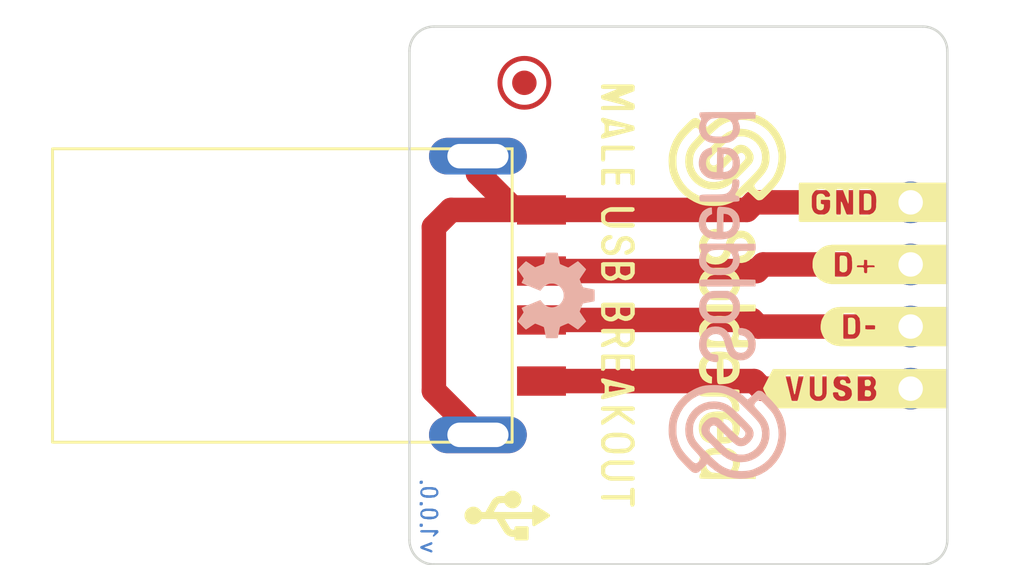
<source format=kicad_pcb>
(kicad_pcb (version 20211014) (generator pcbnew)
  (title_block (title "USB Type A male breakout") (date "2021-04-22") (rev "V1.0.0.") (company "SOLDERED") (comment 1 "333133"))
  (layers (0 "F.Cu" mixed) (31 "B.Cu" signal) (34 "B.Paste" user) (35 "F.Paste" user) (36 "B.SilkS" user "B.Silkscreen") (37 "F.SilkS" user "F.Silkscreen") (38 "B.Mask" user) (39 "F.Mask" user) (44 "Edge.Cuts" user))
  (net 0 "")
  (net 1 "Net-(K1-Pad4)")
  (net 2 "Net-(K1-Pad3)")
  (net 3 "Net-(K1-Pad2)")
  (net 4 "GND")
  (footprint "e-radionica.com footprinti:FIDUCIAL_23" (layer "F.Cu") (at 112.15 157.75 -90)
    (fp_text reference "FD1")
    (fp_text value "FIDUCIAL")
    (fp_circle (center 0 0) (end 1 0) (layer "F.Cu") (width 0.2) (fill none))
    (pad "1" smd circle (at 0 0 270) (size 1 1) (layers "F.Cu" "F.Paste" "F.Mask") (clearance 1.1))
  )
  (footprint "e-radionica.com footprinti:HOLE_3.2mm" (layer "F.Cu") (at 126.45 158.45 -90)
    (fp_text reference "H1" hide)
    (fp_text value "HOLE_3.2mm" hide)
    (pad "" np_thru_hole circle locked (at 0 0 270) (size 3.2 3.2) (drill 3.2) (layers F&B.Cu *.Mask))
  )
  (footprint "Soldered Graphics:Symbol-Front-USB" (layer "F.Cu") (at 111.45 175.45 -90)
    (fp_text reference "G***" hide)
    (fp_text value "LOGO" hide)
  )
  (footprint "buzzardLabel" (layer "F.Cu") (at 115.95 166.45 -90)
    (fp_text reference "" (at 0 0 90) (layer "F.SilkS") (effects (font (size 1.27 1.27))))
    (fp_text value "" (at 0 0 90) (layer "F.SilkS") (effects (font (size 1.27 1.27))))
  )
  (footprint "Soldered Graphics:Logo-Front-SolderedFULL-15mm" (layer "F.Cu") (at 120.45 166.45 -90)
    (fp_text reference "REF**" hide)
    (fp_text value "Logo-Front-SolderedFULL-15mm" hide)
  )
  (footprint "e-radionica.com footprinti:USB_A_MALE_CONNECTOR" (layer "F.Cu") (at 112.85 166.45 -90)
    (fp_text reference "K2")
    (fp_text value "USB-A-MALE-CONNECTOR")
    (pad "" np_thru_hole circle locked (at -2.25 2.6 270) (size 1 1) (drill 1) (layers F&B.Cu *.Mask))
    (pad "" np_thru_hole circle locked (at 2.25 2.6 270) (size 1 1) (drill 1) (layers F&B.Cu *.Mask))
    (pad "1" smd rect locked (at -3.5 0 270) (size 1.2 2) (layers "F.Cu" "F.Paste" "F.Mask") (net 4 "GND"))
    (pad "2" smd rect locked (at -1 0 270) (size 1.2 2) (layers "F.Cu" "F.Paste" "F.Mask") (net 3 "Net-(K1-Pad2)"))
    (pad "3" smd rect locked (at 1 0 270) (size 1.2 2) (layers "F.Cu" "F.Paste" "F.Mask") (net 2 "Net-(K1-Pad3)"))
    (pad "4" smd rect locked (at 3.5 0 270) (size 1.2 2) (layers "F.Cu" "F.Paste" "F.Mask") (net 1 "Net-(K1-Pad4)"))
    (pad "5" thru_hole oval locked (at -5.7 2.6 270) (size 1.5 4) (drill oval 1 2.5) (layers *.Cu *.Mask) (net 4 "GND"))
    (pad "5" thru_hole oval locked (at 5.7 2.6 270) (size 1.5 4) (drill oval 1 2.5) (layers *.Cu *.Mask) (net 4 "GND"))
  )
  (footprint "buzzardLabel" (layer "F.Cu") (at 129.85 162.64)
    (fp_text reference "" (at 0 0) (layer "F.SilkS") (effects (font (size 1.27 1.27))))
    (fp_text value "" (at 0 0) (layer "F.SilkS") (effects (font (size 1.27 1.27))))
  )
  (footprint "buzzardLabel" (layer "F.Cu") (at 129.85 170.26)
    (fp_text reference "" (at 0 0) (layer "F.SilkS") (effects (font (size 1.27 1.27))))
    (fp_text value "" (at 0 0) (layer "F.SilkS") (effects (font (size 1.27 1.27))))
  )
  (footprint "Soldered Graphics:Logo-Back-OSH-3.5mm" (layer "F.Cu") (at 113.45 166.45 -90)
    (fp_text reference "G***" hide)
    (fp_text value "LOGO" hide)
  )
  (footprint "buzzardLabel" (layer "F.Cu") (at 129.85 167.72)
    (fp_text reference "" (at 0 0) (layer "F.SilkS") (effects (font (size 1.27 1.27))))
    (fp_text value "" (at 0 0) (layer "F.SilkS") (effects (font (size 1.27 1.27))))
  )
  (footprint "Soldered Graphics:Logo-Back-SolderedFULL-15mm" (layer "F.Cu") (at 120.45 166.45 -90)
    (fp_text reference "REF**" hide)
    (fp_text value "Logo-Front-SolderedFULL-15mm" hide)
  )
  (footprint "buzzardLabel" (layer "F.Cu") (at 129.85 165.18)
    (fp_text reference "" (at 0 0) (layer "F.SilkS") (effects (font (size 1.27 1.27))))
    (fp_text value "" (at 0 0) (layer "F.SilkS") (effects (font (size 1.27 1.27))))
  )
  (footprint "e-radionica.com footprinti:HOLE_3.2mm" (layer "F.Cu") (at 126.45 174.45 -90)
    (fp_text reference "H2" hide)
    (fp_text value "HOLE_3.2mm" hide)
    (pad "" np_thru_hole circle locked (at 0 0 270) (size 3.2 3.2) (drill 3.2) (layers F&B.Cu *.Mask))
  )
  (footprint "e-radionica.com footprinti:HEADER_MALE_4X1" (layer "B.Cu") (at 127.95 166.45 -90)
    (fp_text reference "K1")
    (fp_text value "HEADER_MALE_4X1")
    (pad "1" thru_hole circle locked (at -3.81 0 270) (size 1.7 1.7) (drill 1) (layers *.Cu *.Mask) (net 4 "GND"))
    (pad "2" thru_hole circle locked (at -1.27 0 270) (size 1.7 1.7) (drill 1) (layers *.Cu *.Mask) (net 3 "Net-(K1-Pad2)"))
    (pad "3" thru_hole circle locked (at 1.27 0 270) (size 1.7 1.7) (drill 1) (layers *.Cu *.Mask) (net 2 "Net-(K1-Pad3)"))
    (pad "4" thru_hole circle locked (at 3.81 0 270) (size 1.7 1.7) (drill 1) (layers *.Cu *.Mask) (net 1 "Net-(K1-Pad4)"))
  )
  (footprint "Soldered Graphics:Version1.0.0." (layer "B.Cu") (at 108.25 175.45 90)
    (fp_text reference "" (at 0 0 90) (layer "B.SilkS") (effects (font (size 1.27 1.27)) (justify mirror)))
    (fp_text value "" (at 0 0 90) (layer "B.SilkS") (effects (font (size 1.27 1.27)) (justify mirror)))
    (fp_poly (pts (xy 0.43 -0.38) (xy 0.48 -0.38) (xy 0.54 -0.37) (xy 0.54 -0.33) (xy 0.54 -0.27) (xy 0.5 -0.26) (xy 0.45 -0.26) (xy 0.42 -0.29) (xy 0.42 -0.34) (xy 0.43 -0.38)) (layer "B.Cu") (width 0.01) (fill solid))
    (fp_poly (pts (xy -1.33 -0.35) (xy -1.27 -0.35) (xy -1.25 -0.31) (xy -1.09 0.1) (xy -1.11 0.13) (xy -1.16 0.13) (xy -1.19 0.1) (xy -1.28 -0.16) (xy -1.3 -0.21) (xy -1.32 -0.17) (xy -1.41 0.09) (xy -1.44 0.13) (xy -1.49 0.13) (xy -1.51 0.1) (xy -1.36 -0.31) (xy -1.33 -0.35)) (layer "B.Cu") (width 0.01) (fill solid))
    (fp_poly (pts (xy 0.06 -0.35) (xy 0.11 -0.35) (xy 0.17 -0.33) (xy 0.13 -0.28) (xy 0.03 -0.28) (xy -0.01 -0.25) (xy -0.03 -0.2) (xy -0.05 -0.15) (xy -0.05 -0.11) (xy -0.05 0.01) (xy -0.05 0.13) (xy -0.05 0.17) (xy -0.03 0.22) (xy -0.01 0.27) (xy 0.02 0.3) (xy 0.13 0.3) (xy 0.16 0.26) (xy 0.18 0.21) (xy 0.18 0.15) (xy 0.19 0.05) (xy 0.19 -0.08) (xy 0.19 -0.12) (xy 0.18 -0.17) (xy 0.16 -0.22) (xy 0.14 -0.27) (xy 0.14 -0.28) (xy 0.17 -0.32) (xy 0.21 -0.29) (xy 0.24 -0.26) (xy 0.26 -0.22) (xy 0.27 -0.16) (xy 0.28 -0.11) (xy 0.28 -0.06) (xy 0.28 0.06) (xy 0.28 0.12) (xy 0.27 0.17) (xy 0.26 0.22) (xy 0.25 0.27) (xy 0.22 0.3) (xy 0.19 0.34) (xy 0.13 0.37) (xy 0.08 0.38) (xy 0.02 0.38) (xy -0.03 0.35) (xy -0.08 0.31) (xy -0.1 0.28) (xy -0.12 0.23) (xy -0.14 0.18) (xy -0.14 0.13) (xy -0.15 0.08) (xy -0.15 -0.04) (xy -0.14 -0.1) (xy -0.14 -0.14) (xy -0.13 -0.2) (xy -0.11 -0.25) (xy -0.08 -0.28) (xy -0.05 -0.32) (xy 0.01 -0.35) (xy 0.06 -0.35)) (layer "B.Cu") (width 0.01) (fill solid))
    (fp_poly (pts (xy -0.67 -0.35) (xy -0.62 -0.35) (xy -0.6 -0.31) (xy -0.6 0.35) (xy -0.64 0.38) (xy -0.69 0.38) (xy -0.73 0.34) (xy -0.84 0.22) (xy -0.86 0.17) (xy -0.83 0.16) (xy -0.73 0.22) (xy -0.69 0.23) (xy -0.69 -0.31) (xy -0.67 -0.35)) (layer "B.Cu") (width 0.01) (fill solid))
    (fp_poly (pts (xy -0.44 -0.38) (xy -0.39 -0.38) (xy -0.34 -0.37) (xy -0.34 -0.33) (xy -0.34 -0.27) (xy -0.38 -0.26) (xy -0.43 -0.26) (xy -0.46 -0.29) (xy -0.46 -0.34) (xy -0.44 -0.38)) (layer "B.Cu") (width 0.01) (fill solid))
    (fp_poly (pts (xy 0.93 -0.35) (xy 0.99 -0.35) (xy 1.04 -0.33) (xy 1.01 -0.28) (xy 0.91 -0.28) (xy 0.87 -0.25) (xy 0.85 -0.2) (xy 0.83 -0.15) (xy 0.83 -0.11) (xy 0.82 0.01) (xy 0.83 0.13) (xy 0.83 0.17) (xy 0.84 0.22) (xy 0.87 0.27) (xy 0.9 0.3) (xy 1.01 0.3) (xy 1.04 0.26) (xy 1.05 0.21) (xy 1.06 0.15) (xy 1.07 0.05) (xy 1.07 -0.08) (xy 1.06 -0.12) (xy 1.06 -0.17) (xy 1.04 -0.22) (xy 1.02 -0.27) (xy 1.01 -0.28) (xy 1.05 -0.32) (xy 1.09 -0.29) (xy 1.12 -0.26) (xy 1.14 -0.22) (xy 1.15 -0.16) (xy 1.16 -0.11) (xy 1.16 -0.06) (xy 1.16 0.06) (xy 1.16 0.12) (xy 1.15 0.17) (xy 1.14 0.22) (xy 1.13 0.27) (xy 1.1 0.3) (xy 1.06 0.34) (xy 1.01 0.37) (xy 0.95 0.38) (xy 0.9 0.38) (xy 0.84 0.35) (xy 0.8 0.31) (xy 0.78 0.28) (xy 0.75 0.23) (xy 0.74 0.18) (xy 0.74 0.13) (xy 0.73 0.08) (xy 0.73 -0.04) (xy 0.73 -0.1) (xy 0.74 -0.14) (xy 0.75 -0.2) (xy 0.77 -0.25) (xy 0.79 -0.28) (xy 0.83 -0.32) (xy 0.89 -0.35) (xy 0.93 -0.35)) (layer "B.Cu") (width 0.01) (fill solid))
    (fp_poly (pts (xy 1.31 -0.38) (xy 1.36 -0.38) (xy 1.41 -0.37) (xy 1.42 -0.33) (xy 1.42 -0.27) (xy 1.38 -0.26) (xy 1.33 -0.26) (xy 1.3 -0.29) (xy 1.3 -0.34) (xy 1.31 -0.38)) (layer "B.Cu") (width 0.01) (fill solid))
  )
  (gr_line (start 108.45 177.45) (end 128.45 177.45) (layer "Edge.Cuts") (width 0.1))
  (gr_line (start 129.45 176.45) (end 129.45 156.45) (layer "Edge.Cuts") (width 0.1))
  (gr_arc (start 108.45 177.45) (mid 107.742893 177.157107) (end 107.45 176.45) (layer "Edge.Cuts") (width 0.1))
  (gr_arc (start 107.45 156.45) (mid 107.742893 155.742893) (end 108.45 155.45) (layer "Edge.Cuts") (width 0.1))
  (gr_arc (start 129.45 176.45) (mid 129.157107 177.157107) (end 128.45 177.45) (layer "Edge.Cuts") (width 0.1))
  (gr_arc (start 128.45 155.45) (mid 129.157107 155.742893) (end 129.45 156.45) (layer "Edge.Cuts") (width 0.1))
  (gr_line (start 107.45 156.45) (end 107.45 176.45) (layer "Edge.Cuts") (width 0.1))
  (gr_line (start 128.45 155.45) (end 108.45 155.45) (layer "Edge.Cuts") (width 0.1))
  (segment (start 121.55 169.95) (end 121.86 170.26) (width 1) (layer "F.Cu") (net 1))
  (segment (start 112.85 169.95) (end 121.55 169.95) (width 1) (layer "F.Cu") (net 1))
  (segment (start 121.86 170.26) (end 127.95 170.26) (width 1) (layer "F.Cu") (net 1))
  (segment (start 112.85 167.45) (end 121.45 167.45) (width 1) (layer "F.Cu") (net 2))
  (segment (start 121.45 167.45) (end 121.72 167.72) (width 1) (layer "F.Cu") (net 2))
  (segment (start 121.72 167.72) (end 127.95 167.72) (width 1) (layer "F.Cu") (net 2))
  (segment (start 121.92 165.18) (end 127.95 165.18) (width 1) (layer "F.Cu") (net 3))
  (segment (start 121.65 165.45) (end 121.92 165.18) (width 1) (layer "F.Cu") (net 3))
  (segment (start 112.85 165.45) (end 121.65 165.45) (width 1) (layer "F.Cu") (net 3))
  (segment (start 112.85 162.95) (end 121.25 162.95) (width 1) (layer "F.Cu") (net 4))
  (segment (start 108.45 170.35) (end 110.25 172.15) (width 1) (layer "F.Cu") (net 4))
  (segment (start 108.45 163.65) (end 108.45 170.35) (width 1) (layer "F.Cu") (net 4))
  (segment (start 121.56 162.64) (end 127.95 162.64) (width 1) (layer "F.Cu") (net 4))
  (segment (start 109.15 162.95) (end 108.45 163.65) (width 1) (layer "F.Cu") (net 4))
  (segment (start 121.25 162.95) (end 121.56 162.64) (width 1) (layer "F.Cu") (net 4))
  (segment (start 111.75 162.95) (end 109.15 162.95) (width 1) (layer "F.Cu") (net 4))
  (segment (start 111.75 162.95) (end 112.85 162.95) (width 1) (layer "F.Cu") (net 4))
  (segment (start 110.25 160.75) (end 110.25 161.45) (width 1) (layer "F.Cu") (net 4))
  (segment (start 110.25 161.45) (end 111.75 162.95) (width 1) (layer "F.Cu") (net 4))
)
</source>
